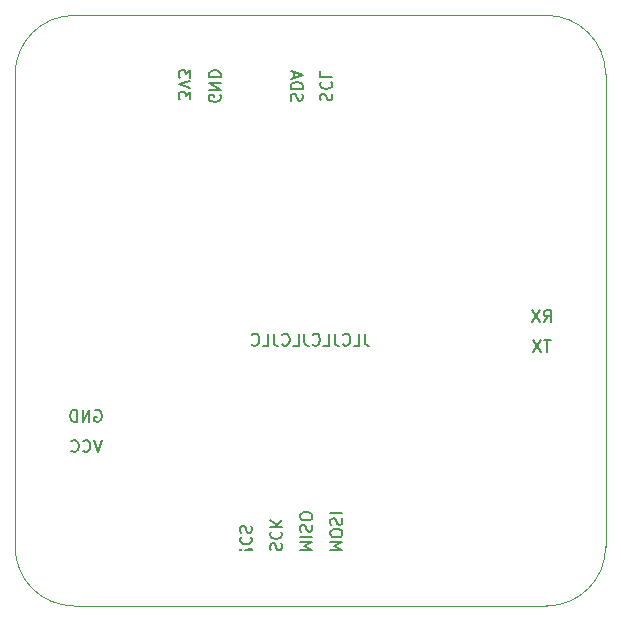
<source format=gbr>
%TF.GenerationSoftware,KiCad,Pcbnew,(5.1.7)-1*%
%TF.CreationDate,2020-10-04T21:24:07-05:00*%
%TF.ProjectId,STM32F4_Breakout,53544d33-3246-4345-9f42-7265616b6f75,rev?*%
%TF.SameCoordinates,Original*%
%TF.FileFunction,Legend,Bot*%
%TF.FilePolarity,Positive*%
%FSLAX46Y46*%
G04 Gerber Fmt 4.6, Leading zero omitted, Abs format (unit mm)*
G04 Created by KiCad (PCBNEW (5.1.7)-1) date 2020-10-04 21:24:07*
%MOMM*%
%LPD*%
G01*
G04 APERTURE LIST*
%ADD10C,0.150000*%
%TA.AperFunction,Profile*%
%ADD11C,0.050000*%
%TD*%
G04 APERTURE END LIST*
D10*
X49619047Y-46952380D02*
X49619047Y-47666666D01*
X49666666Y-47809523D01*
X49761904Y-47904761D01*
X49904761Y-47952380D01*
X50000000Y-47952380D01*
X48666666Y-47952380D02*
X49142857Y-47952380D01*
X49142857Y-46952380D01*
X47761904Y-47857142D02*
X47809523Y-47904761D01*
X47952380Y-47952380D01*
X48047619Y-47952380D01*
X48190476Y-47904761D01*
X48285714Y-47809523D01*
X48333333Y-47714285D01*
X48380952Y-47523809D01*
X48380952Y-47380952D01*
X48333333Y-47190476D01*
X48285714Y-47095238D01*
X48190476Y-47000000D01*
X48047619Y-46952380D01*
X47952380Y-46952380D01*
X47809523Y-47000000D01*
X47761904Y-47047619D01*
X47047619Y-46952380D02*
X47047619Y-47666666D01*
X47095238Y-47809523D01*
X47190476Y-47904761D01*
X47333333Y-47952380D01*
X47428571Y-47952380D01*
X46095238Y-47952380D02*
X46571428Y-47952380D01*
X46571428Y-46952380D01*
X45190476Y-47857142D02*
X45238095Y-47904761D01*
X45380952Y-47952380D01*
X45476190Y-47952380D01*
X45619047Y-47904761D01*
X45714285Y-47809523D01*
X45761904Y-47714285D01*
X45809523Y-47523809D01*
X45809523Y-47380952D01*
X45761904Y-47190476D01*
X45714285Y-47095238D01*
X45619047Y-47000000D01*
X45476190Y-46952380D01*
X45380952Y-46952380D01*
X45238095Y-47000000D01*
X45190476Y-47047619D01*
X44476190Y-46952380D02*
X44476190Y-47666666D01*
X44523809Y-47809523D01*
X44619047Y-47904761D01*
X44761904Y-47952380D01*
X44857142Y-47952380D01*
X43523809Y-47952380D02*
X44000000Y-47952380D01*
X44000000Y-46952380D01*
X42619047Y-47857142D02*
X42666666Y-47904761D01*
X42809523Y-47952380D01*
X42904761Y-47952380D01*
X43047619Y-47904761D01*
X43142857Y-47809523D01*
X43190476Y-47714285D01*
X43238095Y-47523809D01*
X43238095Y-47380952D01*
X43190476Y-47190476D01*
X43142857Y-47095238D01*
X43047619Y-47000000D01*
X42904761Y-46952380D01*
X42809523Y-46952380D01*
X42666666Y-47000000D01*
X42619047Y-47047619D01*
X41904761Y-46952380D02*
X41904761Y-47666666D01*
X41952380Y-47809523D01*
X42047619Y-47904761D01*
X42190476Y-47952380D01*
X42285714Y-47952380D01*
X40952380Y-47952380D02*
X41428571Y-47952380D01*
X41428571Y-46952380D01*
X40047619Y-47857142D02*
X40095238Y-47904761D01*
X40238095Y-47952380D01*
X40333333Y-47952380D01*
X40476190Y-47904761D01*
X40571428Y-47809523D01*
X40619047Y-47714285D01*
X40666666Y-47523809D01*
X40666666Y-47380952D01*
X40619047Y-47190476D01*
X40571428Y-47095238D01*
X40476190Y-47000000D01*
X40333333Y-46952380D01*
X40238095Y-46952380D01*
X40095238Y-47000000D01*
X40047619Y-47047619D01*
X46697619Y-65271428D02*
X47697619Y-65271428D01*
X46983333Y-64938095D01*
X47697619Y-64604761D01*
X46697619Y-64604761D01*
X47697619Y-63938095D02*
X47697619Y-63747619D01*
X47650000Y-63652380D01*
X47554761Y-63557142D01*
X47364285Y-63509523D01*
X47030952Y-63509523D01*
X46840476Y-63557142D01*
X46745238Y-63652380D01*
X46697619Y-63747619D01*
X46697619Y-63938095D01*
X46745238Y-64033333D01*
X46840476Y-64128571D01*
X47030952Y-64176190D01*
X47364285Y-64176190D01*
X47554761Y-64128571D01*
X47650000Y-64033333D01*
X47697619Y-63938095D01*
X46745238Y-63128571D02*
X46697619Y-62985714D01*
X46697619Y-62747619D01*
X46745238Y-62652380D01*
X46792857Y-62604761D01*
X46888095Y-62557142D01*
X46983333Y-62557142D01*
X47078571Y-62604761D01*
X47126190Y-62652380D01*
X47173809Y-62747619D01*
X47221428Y-62938095D01*
X47269047Y-63033333D01*
X47316666Y-63080952D01*
X47411904Y-63128571D01*
X47507142Y-63128571D01*
X47602380Y-63080952D01*
X47650000Y-63033333D01*
X47697619Y-62938095D01*
X47697619Y-62700000D01*
X47650000Y-62557142D01*
X46697619Y-62128571D02*
X47697619Y-62128571D01*
X44147619Y-65271428D02*
X45147619Y-65271428D01*
X44433333Y-64938095D01*
X45147619Y-64604761D01*
X44147619Y-64604761D01*
X44147619Y-64128571D02*
X45147619Y-64128571D01*
X44195238Y-63700000D02*
X44147619Y-63557142D01*
X44147619Y-63319047D01*
X44195238Y-63223809D01*
X44242857Y-63176190D01*
X44338095Y-63128571D01*
X44433333Y-63128571D01*
X44528571Y-63176190D01*
X44576190Y-63223809D01*
X44623809Y-63319047D01*
X44671428Y-63509523D01*
X44719047Y-63604761D01*
X44766666Y-63652380D01*
X44861904Y-63700000D01*
X44957142Y-63700000D01*
X45052380Y-63652380D01*
X45100000Y-63604761D01*
X45147619Y-63509523D01*
X45147619Y-63271428D01*
X45100000Y-63128571D01*
X45147619Y-62509523D02*
X45147619Y-62319047D01*
X45100000Y-62223809D01*
X45004761Y-62128571D01*
X44814285Y-62080952D01*
X44480952Y-62080952D01*
X44290476Y-62128571D01*
X44195238Y-62223809D01*
X44147619Y-62319047D01*
X44147619Y-62509523D01*
X44195238Y-62604761D01*
X44290476Y-62700000D01*
X44480952Y-62747619D01*
X44814285Y-62747619D01*
X45004761Y-62700000D01*
X45100000Y-62604761D01*
X45147619Y-62509523D01*
X41645238Y-65285714D02*
X41597619Y-65142857D01*
X41597619Y-64904761D01*
X41645238Y-64809523D01*
X41692857Y-64761904D01*
X41788095Y-64714285D01*
X41883333Y-64714285D01*
X41978571Y-64761904D01*
X42026190Y-64809523D01*
X42073809Y-64904761D01*
X42121428Y-65095238D01*
X42169047Y-65190476D01*
X42216666Y-65238095D01*
X42311904Y-65285714D01*
X42407142Y-65285714D01*
X42502380Y-65238095D01*
X42550000Y-65190476D01*
X42597619Y-65095238D01*
X42597619Y-64857142D01*
X42550000Y-64714285D01*
X41692857Y-63714285D02*
X41645238Y-63761904D01*
X41597619Y-63904761D01*
X41597619Y-64000000D01*
X41645238Y-64142857D01*
X41740476Y-64238095D01*
X41835714Y-64285714D01*
X42026190Y-64333333D01*
X42169047Y-64333333D01*
X42359523Y-64285714D01*
X42454761Y-64238095D01*
X42550000Y-64142857D01*
X42597619Y-64000000D01*
X42597619Y-63904761D01*
X42550000Y-63761904D01*
X42502380Y-63714285D01*
X41597619Y-63285714D02*
X42597619Y-63285714D01*
X41597619Y-62714285D02*
X42169047Y-63142857D01*
X42597619Y-62714285D02*
X42026190Y-63285714D01*
X39142857Y-65226190D02*
X39095238Y-65178571D01*
X39047619Y-65226190D01*
X39095238Y-65273809D01*
X39142857Y-65226190D01*
X39047619Y-65226190D01*
X39428571Y-65226190D02*
X40000000Y-65273809D01*
X40047619Y-65226190D01*
X40000000Y-65178571D01*
X39428571Y-65226190D01*
X40047619Y-65226190D01*
X39142857Y-64178571D02*
X39095238Y-64226190D01*
X39047619Y-64369047D01*
X39047619Y-64464285D01*
X39095238Y-64607142D01*
X39190476Y-64702380D01*
X39285714Y-64750000D01*
X39476190Y-64797619D01*
X39619047Y-64797619D01*
X39809523Y-64750000D01*
X39904761Y-64702380D01*
X40000000Y-64607142D01*
X40047619Y-64464285D01*
X40047619Y-64369047D01*
X40000000Y-64226190D01*
X39952380Y-64178571D01*
X39095238Y-63797619D02*
X39047619Y-63654761D01*
X39047619Y-63416666D01*
X39095238Y-63321428D01*
X39142857Y-63273809D01*
X39238095Y-63226190D01*
X39333333Y-63226190D01*
X39428571Y-63273809D01*
X39476190Y-63321428D01*
X39523809Y-63416666D01*
X39571428Y-63607142D01*
X39619047Y-63702380D01*
X39666666Y-63750000D01*
X39761904Y-63797619D01*
X39857142Y-63797619D01*
X39952380Y-63750000D01*
X40000000Y-63702380D01*
X40047619Y-63607142D01*
X40047619Y-63369047D01*
X40000000Y-63226190D01*
X65361904Y-47502380D02*
X64790476Y-47502380D01*
X65076190Y-48502380D02*
X65076190Y-47502380D01*
X64552380Y-47502380D02*
X63885714Y-48502380D01*
X63885714Y-47502380D02*
X64552380Y-48502380D01*
X64766666Y-45952380D02*
X65100000Y-45476190D01*
X65338095Y-45952380D02*
X65338095Y-44952380D01*
X64957142Y-44952380D01*
X64861904Y-45000000D01*
X64814285Y-45047619D01*
X64766666Y-45142857D01*
X64766666Y-45285714D01*
X64814285Y-45380952D01*
X64861904Y-45428571D01*
X64957142Y-45476190D01*
X65338095Y-45476190D01*
X64433333Y-44952380D02*
X63766666Y-45952380D01*
X63766666Y-44952380D02*
X64433333Y-45952380D01*
X27333333Y-55952380D02*
X27000000Y-56952380D01*
X26666666Y-55952380D01*
X25761904Y-56857142D02*
X25809523Y-56904761D01*
X25952380Y-56952380D01*
X26047619Y-56952380D01*
X26190476Y-56904761D01*
X26285714Y-56809523D01*
X26333333Y-56714285D01*
X26380952Y-56523809D01*
X26380952Y-56380952D01*
X26333333Y-56190476D01*
X26285714Y-56095238D01*
X26190476Y-56000000D01*
X26047619Y-55952380D01*
X25952380Y-55952380D01*
X25809523Y-56000000D01*
X25761904Y-56047619D01*
X24761904Y-56857142D02*
X24809523Y-56904761D01*
X24952380Y-56952380D01*
X25047619Y-56952380D01*
X25190476Y-56904761D01*
X25285714Y-56809523D01*
X25333333Y-56714285D01*
X25380952Y-56523809D01*
X25380952Y-56380952D01*
X25333333Y-56190476D01*
X25285714Y-56095238D01*
X25190476Y-56000000D01*
X25047619Y-55952380D01*
X24952380Y-55952380D01*
X24809523Y-56000000D01*
X24761904Y-56047619D01*
X26761904Y-53450000D02*
X26857142Y-53402380D01*
X27000000Y-53402380D01*
X27142857Y-53450000D01*
X27238095Y-53545238D01*
X27285714Y-53640476D01*
X27333333Y-53830952D01*
X27333333Y-53973809D01*
X27285714Y-54164285D01*
X27238095Y-54259523D01*
X27142857Y-54354761D01*
X27000000Y-54402380D01*
X26904761Y-54402380D01*
X26761904Y-54354761D01*
X26714285Y-54307142D01*
X26714285Y-53973809D01*
X26904761Y-53973809D01*
X26285714Y-54402380D02*
X26285714Y-53402380D01*
X25714285Y-54402380D01*
X25714285Y-53402380D01*
X25238095Y-54402380D02*
X25238095Y-53402380D01*
X25000000Y-53402380D01*
X24857142Y-53450000D01*
X24761904Y-53545238D01*
X24714285Y-53640476D01*
X24666666Y-53830952D01*
X24666666Y-53973809D01*
X24714285Y-54164285D01*
X24761904Y-54259523D01*
X24857142Y-54354761D01*
X25000000Y-54402380D01*
X25238095Y-54402380D01*
X45895238Y-27190476D02*
X45847619Y-27047619D01*
X45847619Y-26809523D01*
X45895238Y-26714285D01*
X45942857Y-26666666D01*
X46038095Y-26619047D01*
X46133333Y-26619047D01*
X46228571Y-26666666D01*
X46276190Y-26714285D01*
X46323809Y-26809523D01*
X46371428Y-27000000D01*
X46419047Y-27095238D01*
X46466666Y-27142857D01*
X46561904Y-27190476D01*
X46657142Y-27190476D01*
X46752380Y-27142857D01*
X46800000Y-27095238D01*
X46847619Y-27000000D01*
X46847619Y-26761904D01*
X46800000Y-26619047D01*
X45942857Y-25619047D02*
X45895238Y-25666666D01*
X45847619Y-25809523D01*
X45847619Y-25904761D01*
X45895238Y-26047619D01*
X45990476Y-26142857D01*
X46085714Y-26190476D01*
X46276190Y-26238095D01*
X46419047Y-26238095D01*
X46609523Y-26190476D01*
X46704761Y-26142857D01*
X46800000Y-26047619D01*
X46847619Y-25904761D01*
X46847619Y-25809523D01*
X46800000Y-25666666D01*
X46752380Y-25619047D01*
X45847619Y-24714285D02*
X45847619Y-25190476D01*
X46847619Y-25190476D01*
X43395238Y-27214285D02*
X43347619Y-27071428D01*
X43347619Y-26833333D01*
X43395238Y-26738095D01*
X43442857Y-26690476D01*
X43538095Y-26642857D01*
X43633333Y-26642857D01*
X43728571Y-26690476D01*
X43776190Y-26738095D01*
X43823809Y-26833333D01*
X43871428Y-27023809D01*
X43919047Y-27119047D01*
X43966666Y-27166666D01*
X44061904Y-27214285D01*
X44157142Y-27214285D01*
X44252380Y-27166666D01*
X44300000Y-27119047D01*
X44347619Y-27023809D01*
X44347619Y-26785714D01*
X44300000Y-26642857D01*
X43347619Y-26214285D02*
X44347619Y-26214285D01*
X44347619Y-25976190D01*
X44300000Y-25833333D01*
X44204761Y-25738095D01*
X44109523Y-25690476D01*
X43919047Y-25642857D01*
X43776190Y-25642857D01*
X43585714Y-25690476D01*
X43490476Y-25738095D01*
X43395238Y-25833333D01*
X43347619Y-25976190D01*
X43347619Y-26214285D01*
X43633333Y-25261904D02*
X43633333Y-24785714D01*
X43347619Y-25357142D02*
X44347619Y-25023809D01*
X43347619Y-24690476D01*
X37350000Y-26761904D02*
X37397619Y-26857142D01*
X37397619Y-27000000D01*
X37350000Y-27142857D01*
X37254761Y-27238095D01*
X37159523Y-27285714D01*
X36969047Y-27333333D01*
X36826190Y-27333333D01*
X36635714Y-27285714D01*
X36540476Y-27238095D01*
X36445238Y-27142857D01*
X36397619Y-27000000D01*
X36397619Y-26904761D01*
X36445238Y-26761904D01*
X36492857Y-26714285D01*
X36826190Y-26714285D01*
X36826190Y-26904761D01*
X36397619Y-26285714D02*
X37397619Y-26285714D01*
X36397619Y-25714285D01*
X37397619Y-25714285D01*
X36397619Y-25238095D02*
X37397619Y-25238095D01*
X37397619Y-25000000D01*
X37350000Y-24857142D01*
X37254761Y-24761904D01*
X37159523Y-24714285D01*
X36969047Y-24666666D01*
X36826190Y-24666666D01*
X36635714Y-24714285D01*
X36540476Y-24761904D01*
X36445238Y-24857142D01*
X36397619Y-25000000D01*
X36397619Y-25238095D01*
X34847619Y-27088095D02*
X34847619Y-26469047D01*
X34466666Y-26802380D01*
X34466666Y-26659523D01*
X34419047Y-26564285D01*
X34371428Y-26516666D01*
X34276190Y-26469047D01*
X34038095Y-26469047D01*
X33942857Y-26516666D01*
X33895238Y-26564285D01*
X33847619Y-26659523D01*
X33847619Y-26945238D01*
X33895238Y-27040476D01*
X33942857Y-27088095D01*
X34847619Y-26183333D02*
X33847619Y-25850000D01*
X34847619Y-25516666D01*
X34847619Y-25278571D02*
X34847619Y-24659523D01*
X34466666Y-24992857D01*
X34466666Y-24850000D01*
X34419047Y-24754761D01*
X34371428Y-24707142D01*
X34276190Y-24659523D01*
X34038095Y-24659523D01*
X33942857Y-24707142D01*
X33895238Y-24754761D01*
X33847619Y-24850000D01*
X33847619Y-25135714D01*
X33895238Y-25230952D01*
X33942857Y-25278571D01*
D11*
X70000000Y-65000000D02*
G75*
G02*
X65000000Y-70000000I-5000000J0D01*
G01*
X25000000Y-70000000D02*
G75*
G02*
X20000000Y-65000000I0J5000000D01*
G01*
X20000000Y-25000000D02*
G75*
G02*
X25000000Y-20000000I5000000J0D01*
G01*
X65000000Y-20000000D02*
G75*
G02*
X70000000Y-25000000I0J-5000000D01*
G01*
X20000000Y-65000000D02*
X20000000Y-25000000D01*
X65000000Y-70000000D02*
X25000000Y-70000000D01*
X70000000Y-25000000D02*
X70000000Y-65000000D01*
X25000000Y-20000000D02*
X65000000Y-20000000D01*
M02*

</source>
